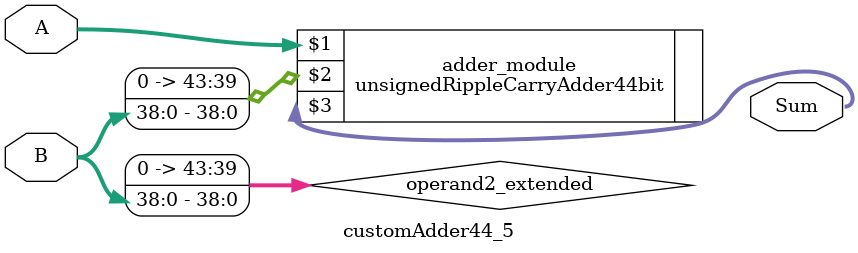
<source format=v>
module customAdder44_5(
                        input [43 : 0] A,
                        input [38 : 0] B,
                        
                        output [44 : 0] Sum
                );

        wire [43 : 0] operand2_extended;
        
        assign operand2_extended =  {5'b0, B};
        
        unsignedRippleCarryAdder44bit adder_module(
            A,
            operand2_extended,
            Sum
        );
        
        endmodule
        
</source>
